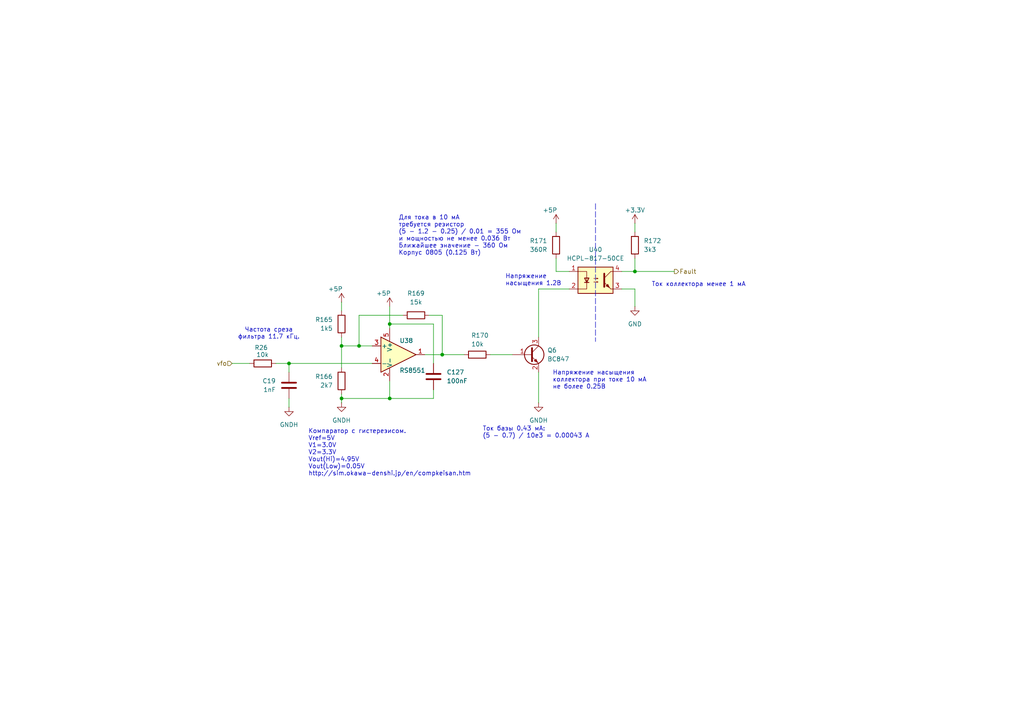
<source format=kicad_sch>
(kicad_sch (version 20231120) (generator "eeschema") (generator_version "8.0")
  (paper "A4")
  (lib_symbols
    (symbol "Device:C" (pin_numbers hide) (pin_names (offset 0.254))
      (property "Reference" "C" (at 0.635 2.54 0))
      (property "Value" "C" (at 0.635 -2.54 0))
      (symbol "C_0_1"
        (polyline (pts (xy -2.032 -0.762) (xy 2.032 -0.762)) (stroke (width 0.508)))
        (polyline (pts (xy -2.032 0.762) (xy 2.032 0.762)) (stroke (width 0.508)))
      )
      (symbol "C_1_1"
        (pin passive line (at 0 3.81 270) (length 2.794) (name "~") (number "1"))
        (pin passive line (at 0 -3.81 90) (length 2.794) (name "~") (number "2"))
      )
    )
    (symbol "Device:R" (pin_numbers hide) (pin_names (offset 0))
      (property "Reference" "R" (at 2.032 0 90))
      (property "Value" "R" (at 0 0 90))
      (symbol "R_0_1"
        (rectangle (start -1.016 -2.54) (end 1.016 2.54) (stroke (width 0.254)))
      )
      (symbol "R_1_1"
        (pin passive line (at 0 3.81 270) (length 1.27) (name "~") (number "1"))
        (pin passive line (at 0 -3.81 90) (length 1.27) (name "~") (number "2"))
      )
    )
    (symbol "Isolator:PC817" (pin_names (offset 1.016))
      (property "Reference" "U" (at -5.08 5.08 0))
      (property "Value" "PC817" (at 0 5.08 0))
      (symbol "PC817_0_1"
        (rectangle (start -5.08 3.81) (end 5.08 -3.81) (stroke (width 0.254)) (fill (type background)))
        (polyline (pts (xy -3.175 -0.635) (xy -1.905 -0.635)) (stroke (width 0.254)))
        (polyline (pts (xy 2.54 0.635) (xy 4.445 2.54)))
        (polyline (pts (xy 4.445 -2.54) (xy 2.54 -0.635)) (fill (type outline)))
        (polyline (pts (xy 4.445 -2.54) (xy 5.08 -2.54)))
        (polyline (pts (xy 4.445 2.54) (xy 5.08 2.54)))
        (polyline (pts (xy -5.08 2.54) (xy -2.54 2.54) (xy -2.54 -0.635)))
        (polyline (pts (xy -2.54 -0.635) (xy -2.54 -2.54) (xy -5.08 -2.54)))
        (polyline (pts (xy 2.54 1.905) (xy 2.54 -1.905) (xy 2.54 -1.905)) (stroke (width 0.508)))
        (polyline (pts (xy -2.54 -0.635) (xy -3.175 0.635) (xy -1.905 0.635) (xy -2.54 -0.635)) (stroke (width 0.254)))
        (polyline (pts (xy -0.508 -0.508) (xy 0.762 -0.508) (xy 0.381 -0.635) (xy 0.381 -0.381) (xy 0.762 -0.508)))
        (polyline (pts (xy -0.508 0.508) (xy 0.762 0.508) (xy 0.381 0.381) (xy 0.381 0.635) (xy 0.762 0.508)))
        (polyline (pts (xy 3.048 -1.651) (xy 3.556 -1.143) (xy 4.064 -2.159) (xy 3.048 -1.651) (xy 3.048 -1.651)) (fill (type outline)))
      )
      (symbol "PC817_1_1"
        (pin passive line (at -7.62 2.54 0) (length 2.54) (name "~") (number "1"))
        (pin passive line (at -7.62 -2.54 0) (length 2.54) (name "~") (number "2"))
        (pin passive line (at 7.62 -2.54 180) (length 2.54) (name "~") (number "3"))
        (pin passive line (at 7.62 2.54 180) (length 2.54) (name "~") (number "4"))
      )
    )
    (symbol "Transistor_BJT:BC847" (pin_names (offset 0) hide)
      (property "Reference" "Q" (at 5.08 1.905 0))
      (property "Value" "BC847" (at 5.08 0 0))
      (symbol "BC847_0_1"
        (polyline (pts (xy 0.635 0.635) (xy 2.54 2.54)))
        (polyline (pts (xy 0.635 -0.635) (xy 2.54 -2.54) (xy 2.54 -2.54)))
        (polyline (pts (xy 0.635 1.905) (xy 0.635 -1.905) (xy 0.635 -1.905)) (stroke (width 0.508)))
        (polyline (pts (xy 1.27 -1.778) (xy 1.778 -1.27) (xy 2.286 -2.286) (xy 1.27 -1.778) (xy 1.27 -1.778)) (fill (type outline)))
        (circle (center 1.27 0) (radius 2.8194) (stroke (width 0.254)))
      )
      (symbol "BC847_1_1"
        (pin input line (at -5.08 0 0) (length 5.715) (name "B") (number "1"))
        (pin passive line (at 2.54 -5.08 90) (length 2.54) (name "E") (number "2"))
        (pin passive line (at 2.54 5.08 270) (length 2.54) (name "C") (number "3"))
      )
    )
    (symbol "main:GNDH" (power) (pin_numbers hide) (pin_names (offset 0) hide)
      (property "Value" "GNDH" (at 0 -3.81 0))
      (symbol "GNDH_0_1"
        (polyline (pts (xy 0 0) (xy 0 -1.27) (xy 1.27 -1.27) (xy 0 -2.54) (xy -1.27 -1.27) (xy 0 -1.27)))
      )
      (symbol "GNDH_1_1"
        (pin power_in line (at 0 0 270) (length 0) (name "~") (number "1"))
      )
    )
    (symbol "main:RS8551" (pin_names (offset 0.127))
      (property "Reference" "U" (at 0 5.08 0))
      (property "Value" "RS8551" (at 0 -5.08 0))
      (symbol "RS8551_0_1"
        (polyline (pts (xy -5.08 5.08) (xy 5.08 0) (xy -5.08 -5.08) (xy -5.08 5.08)) (stroke (width 0.254)) (fill (type background)))
        (pin power_in line (at -2.54 -7.62 90) (length 3.81) (name "V-") (number "2"))
        (pin power_in line (at -2.54 7.62 270) (length 3.81) (name "V+") (number "5"))
      )
      (symbol "RS8551_1_1"
        (pin output line (at 7.62 0 180) (length 2.54) (name "~") (number "1"))
        (pin input line (at -7.62 2.54 0) (length 2.54) (name "+") (number "3"))
        (pin input line (at -7.62 -2.54 0) (length 2.54) (name "-") (number "4"))
      )
    )
    (symbol "power:+3.3V" (power) (pin_numbers hide) (pin_names (offset 0) hide)
      (property "Value" "+3.3V" (at 0 3.556 0))
      (symbol "+3.3V_0_1"
        (polyline (pts (xy -0.762 1.27) (xy 0 2.54)))
        (polyline (pts (xy 0 0) (xy 0 2.54)))
        (polyline (pts (xy 0 2.54) (xy 0.762 1.27)))
      )
      (symbol "+3.3V_1_1"
        (pin power_in line (at 0 0 90) (length 0) (name "~") (number "1"))
      )
    )
    (symbol "power:+5P" (power) (pin_numbers hide) (pin_names (offset 0) hide)
      (property "Value" "+5P" (at 0 3.556 0))
      (symbol "+5P_0_1"
        (polyline (pts (xy -0.762 1.27) (xy 0 2.54)))
        (polyline (pts (xy 0 0) (xy 0 2.54)))
        (polyline (pts (xy 0 2.54) (xy 0.762 1.27)))
      )
      (symbol "+5P_1_1"
        (pin power_in line (at 0 0 90) (length 0) (name "~") (number "1"))
      )
    )
    (symbol "power:GND" (power) (pin_numbers hide) (pin_names (offset 0) hide)
      (property "Value" "GND" (at 0 -3.81 0))
      (symbol "GND_0_1"
        (polyline (pts (xy 0 0) (xy 0 -1.27) (xy 1.27 -1.27) (xy 0 -2.54) (xy -1.27 -1.27) (xy 0 -1.27)))
      )
      (symbol "GND_1_1"
        (pin power_in line (at 0 0 270) (length 0) (name "~") (number "1"))
      )
    )
  )
  (junction (at 113.03 93.98))
  (junction (at 99.06 115.57))
  (junction (at 104.14 100.33))
  (junction (at 99.06 100.33))
  (junction (at 128.27 102.87))
  (junction (at 184.15 78.74))
  (junction (at 113.03 115.57))
  (junction (at 83.82 105.41))
  (wire (pts (xy 184.15 78.74) (xy 195.58 78.74)))
  (wire (pts (xy 67.31 105.41) (xy 72.39 105.41)))
  (wire (pts (xy 83.82 105.41) (xy 80.01 105.41)))
  (wire (pts (xy 156.21 107.95) (xy 156.21 116.84)))
  (wire (pts (xy 184.15 78.74) (xy 180.34 78.74)))
  (wire (pts (xy 113.03 110.49) (xy 113.03 115.57)))
  (wire (pts (xy 124.46 91.44) (xy 128.27 91.44)))
  (wire (pts (xy 165.1 78.74) (xy 161.29 78.74)))
  (wire (pts (xy 113.03 88.9) (xy 113.03 93.98)))
  (wire (pts (xy 180.34 83.82) (xy 184.15 83.82)))
  (wire (pts (xy 161.29 78.74) (xy 161.29 74.93)))
  (wire (pts (xy 99.06 87.63) (xy 99.06 90.17)))
  (wire (pts (xy 142.24 102.87) (xy 148.59 102.87)))
  (wire (pts (xy 125.73 113.03) (xy 125.73 115.57)))
  (wire (pts (xy 104.14 100.33) (xy 107.95 100.33)))
  (wire (pts (xy 123.19 102.87) (xy 128.27 102.87)))
  (wire (pts (xy 104.14 91.44) (xy 104.14 100.33)))
  (wire (pts (xy 184.15 74.93) (xy 184.15 78.74)))
  (wire (pts (xy 99.06 114.3) (xy 99.06 115.57)))
  (wire (pts (xy 128.27 102.87) (xy 134.62 102.87)))
  (polyline (pts (xy 172.72 59.055) (xy 172.72 99.06)) (stroke (width 0) (type dash)))
  (wire (pts (xy 161.29 64.77) (xy 161.29 67.31)))
  (wire (pts (xy 99.06 97.79) (xy 99.06 100.33)))
  (wire (pts (xy 99.06 100.33) (xy 99.06 106.68)))
  (wire (pts (xy 113.03 115.57) (xy 99.06 115.57)))
  (wire (pts (xy 83.82 105.41) (xy 107.95 105.41)))
  (wire (pts (xy 125.73 105.41) (xy 125.73 93.98)))
  (wire (pts (xy 99.06 115.57) (xy 99.06 116.84)))
  (wire (pts (xy 83.82 107.95) (xy 83.82 105.41)))
  (wire (pts (xy 125.73 115.57) (xy 113.03 115.57)))
  (wire (pts (xy 156.21 83.82) (xy 165.1 83.82)))
  (wire (pts (xy 116.84 91.44) (xy 104.14 91.44)))
  (wire (pts (xy 184.15 83.82) (xy 184.15 88.9)))
  (wire (pts (xy 184.15 64.77) (xy 184.15 67.31)))
  (wire (pts (xy 156.21 83.82) (xy 156.21 97.79)))
  (wire (pts (xy 125.73 93.98) (xy 113.03 93.98)))
  (wire (pts (xy 128.27 91.44) (xy 128.27 102.87)))
  (wire (pts (xy 83.82 115.57) (xy 83.82 118.11)))
  (wire (pts (xy 113.03 93.98) (xy 113.03 95.25)))
  (wire (pts (xy 99.06 100.33) (xy 104.14 100.33)))
  (text "Ток коллектора менее 1 мА" (at 188.976 82.55 0) (effects (font (size 1.27 1.27)) (justify left)))
  (text "Компаратор с гистерезисом.\nVref=5V\nV1=3.0V\nV2=3.3V\nVout(Hi)=4.95V\nVout(Low)=0.05V\nhttp://sim.okawa-denshi.jp/en/compkeisan.htm" (at 89.408 131.318 0) (effects (font (size 1.27 1.27)) (justify left)))
  (text "Напряжение\nнасыщения 1.2В" (at 146.558 81.28 0) (effects (font (size 1.27 1.27)) (justify left)))
  (text "Напряжение насыщения\nколлектора при токе 10 мА\nне более 0.25В" (at 160.274 110.236 0) (effects (font (size 1.27 1.27)) (justify left)))
  (text "Ток базы 0.43 мА:\n(5 - 0.7) / 10e3 = 0.00043 A" (at 139.954 125.476 0) (effects (font (size 1.27 1.27)) (justify left)))
  (text "Частота среза\nфильтра 11.7 кГц." (at 77.978 96.774 0) (effects (font (size 1.27 1.27))))
  (text "Для тока в 10 мА\nтребуется резистор\n(5 - 1.2 - 0.25) / 0.01 = 355 Ом\nи мощностью не менее 0.036 Вт\nБлижайшее значение - 360 Ом\nКорпус 0805 (0.125 Вт)" (at 115.57 68.326 0) (effects (font (size 1.27 1.27)) (justify left)))
  (hierarchical_label "vfo" (shape input) (at 67.31 105.41 180))
  (hierarchical_label "Fault" (shape output) (at 195.58 78.74 0))
  (symbol (lib_id "Transistor_BJT:BC847") (at 153.67 102.87 0) (unit 1)
    (property "Reference" "Q6" (at 158.75 101.5999 0) (effects (justify left)))
    (property "Value" "BC847" (at 158.75 104.1399 0) (effects (justify left)))
    (property "Footprint" "Package_TO_SOT_SMD:SOT-23" (effects (hide yes)))
    (property "Datasheet" "http://www.infineon.com/dgdl/Infineon-BC847SERIES_BC848SERIES_BC849SERIES_BC850SERIES-DS-v01_01-en.pdf?fileId=db3a304314dca389011541d4630a1657" (effects (hide yes)))
    (property "Description" "0.1A Ic, 45V Vce, NPN Transistor, SOT-23" (effects (hide yes)))
  )
  (symbol (lib_id "power:+5P") (at 99.06 87.63 0) (unit 1)
    (property "Reference" "#PWR0183" (effects (hide yes)))
    (property "Value" "+5P" (at 97.282 83.82 0))
    (property "Description" "Power symbol creates a global label with name \"+5P\"" (effects (hide yes)))
  )
  (symbol (lib_id "Device:C") (at 125.73 109.22 0) (unit 1)
    (property "Reference" "C127" (at 129.54 107.9499 0) (effects (justify left)))
    (property "Value" "100nF" (at 129.54 110.4899 0) (effects (justify left)))
    (property "Footprint" "Capacitor_SMD:C_0805_2012Metric" (effects (hide yes)))
    (property "Description" "Unpolarized capacitor" (effects (hide yes)))
  )
  (symbol (lib_id "power:+5P") (at 113.03 88.9 0) (unit 1)
    (property "Reference" "#PWR0186" (effects (hide yes)))
    (property "Value" "+5P" (at 111.252 85.09 0))
    (property "Description" "Power symbol creates a global label with name \"+5P\"" (effects (hide yes)))
  )
  (symbol (lib_id "power:GND") (at 184.15 88.9 0) (mirror y) (unit 1)
    (property "Reference" "#PWR0194" (effects (hide yes)))
    (property "Value" "GND" (at 184.15 93.98 0))
    (property "Description" "Power symbol creates a global label with name \"GND\" , ground" (effects (hide yes)))
  )
  (symbol (lib_id "Device:R") (at 138.43 102.87 90) (mirror x) (unit 1)
    (property "Reference" "R170" (at 136.652 97.282 90) (effects (justify right)))
    (property "Value" "10k" (at 136.652 99.822 90) (effects (justify right)))
    (property "Footprint" "Resistor_SMD:R_0805_2012Metric" (effects (hide yes)))
    (property "Description" "Resistor" (effects (hide yes)))
  )
  (symbol (lib_id "main:GNDH") (at 83.82 118.11 0) (unit 1)
    (property "Reference" "#PWR014" (effects (hide yes)))
    (property "Value" "GNDH" (at 83.82 123.19 0))
    (property "Description" "Power symbol creates a global label with name \"GNDH\" , hi ground" (effects (hide yes)))
  )
  (symbol (lib_id "power:+5P") (at 161.29 64.77 0) (unit 1)
    (property "Reference" "#PWR0189" (effects (hide yes)))
    (property "Value" "+5P" (at 159.512 60.96 0))
    (property "Description" "Power symbol creates a global label with name \"+5P\"" (effects (hide yes)))
  )
  (symbol (lib_id "Device:C") (at 83.82 111.76 0) (mirror y) (unit 1)
    (property "Reference" "C19" (at 80.01 110.4899 0) (effects (justify left)))
    (property "Value" "1nF" (at 80.01 113.0299 0) (effects (justify left)))
    (property "Footprint" "Capacitor_SMD:C_0805_2012Metric" (effects (hide yes)))
    (property "Description" "Unpolarized capacitor" (effects (hide yes)))
  )
  (symbol (lib_id "Device:R") (at 120.65 91.44 90) (unit 1)
    (property "Reference" "R169" (at 120.65 85.09 90))
    (property "Value" "15k" (at 120.65 87.63 90))
    (property "Footprint" "Resistor_SMD:R_0805_2012Metric" (effects (hide yes)))
    (property "Description" "Resistor" (effects (hide yes)))
  )
  (symbol (lib_id "Device:R") (at 99.06 110.49 0) (mirror x) (unit 1)
    (property "Reference" "R166" (at 96.52 109.2199 0) (effects (justify right)))
    (property "Value" "2k7" (at 96.52 111.7599 0) (effects (justify right)))
    (property "Footprint" "Resistor_SMD:R_0805_2012Metric" (effects (hide yes)))
    (property "Description" "Resistor" (effects (hide yes)))
  )
  (symbol (lib_id "Device:R") (at 76.2 105.41 270) (unit 1)
    (property "Reference" "R26" (at 77.724 100.838 90) (effects (justify right)))
    (property "Value" "10k" (at 77.978 102.87 90) (effects (justify right)))
    (property "Footprint" "Resistor_SMD:R_0805_2012Metric" (effects (hide yes)))
    (property "Description" "Resistor" (effects (hide yes)))
  )
  (symbol (lib_id "Device:R") (at 184.15 71.12 180) (unit 1)
    (property "Reference" "R172" (at 186.69 69.8499 0) (effects (justify right)))
    (property "Value" "3k3" (at 186.69 72.3899 0) (effects (justify right)))
    (property "Footprint" "Resistor_SMD:R_0805_2012Metric" (effects (hide yes)))
    (property "Description" "Resistor" (effects (hide yes)))
  )
  (symbol (lib_id "main:GNDH") (at 99.06 116.84 0) (unit 1)
    (property "Reference" "#PWR0184" (effects (hide yes)))
    (property "Value" "GNDH" (at 99.06 121.92 0))
    (property "Description" "Power symbol creates a global label with name \"GNDH\" , hi ground" (effects (hide yes)))
  )
  (symbol (lib_id "Isolator:PC817") (at 172.72 81.28 0) (unit 1)
    (property "Reference" "U40" (at 172.72 72.39 0))
    (property "Value" "HCPL-817-50CE" (at 172.72 74.93 0))
    (property "Footprint" "Package_DIP:SMDIP-4_W7.62mm" (effects (hide yes)))
    (property "Datasheet" "https://doc.platan.ru/pdf/datasheets/broadcom_avago/HCPL-817.pdf" (effects (hide yes)))
    (property "Description" "DC Optocoupler, Vce 70V, CTR 200-400%, SMDIP-4" (effects (hide yes)))
  )
  (symbol (lib_id "Device:R") (at 99.06 93.98 0) (mirror x) (unit 1)
    (property "Reference" "R165" (at 96.52 92.7099 0) (effects (justify right)))
    (property "Value" "1k5" (at 96.52 95.2499 0) (effects (justify right)))
    (property "Footprint" "Resistor_SMD:R_0805_2012Metric" (effects (hide yes)))
    (property "Description" "Resistor" (effects (hide yes)))
  )
  (symbol (lib_id "main:RS8551") (at 115.57 102.87 0) (unit 1)
    (property "Reference" "U38" (at 117.856 98.806 0))
    (property "Value" "RS8551" (at 119.634 107.442 0))
    (property "Footprint" "Package_TO_SOT_SMD:TSOT-23-5" (effects (hide yes)))
    (property "Datasheet" "https://www.run-ic.com/en/details/9/11.html" (effects (hide yes)))
    (property "Description" "The RS8551,RS8552,RS8554,RS8553(dual version &shutdown)series of CMOS operational amplifiers use auto-zero techniques to simultaneously provide very low offset voltage (5μV max) and near-zero drift over time and temperature. This family of amplifiers has ultralow noise, offset and power." (effects (hide yes)))
  )
  (symbol (lib_id "Device:R") (at 161.29 71.12 0) (mirror x) (unit 1)
    (property "Reference" "R171" (at 158.75 69.8499 0) (effects (justify right)))
    (property "Value" "360R" (at 158.75 72.3899 0) (effects (justify right)))
    (property "Footprint" "Resistor_SMD:R_0805_2012Metric" (effects (hide yes)))
    (property "Description" "Resistor" (effects (hide yes)))
  )
  (symbol (lib_id "power:+3.3V") (at 184.15 64.77 0) (unit 1)
    (property "Reference" "#PWR0193" (effects (hide yes)))
    (property "Value" "+3.3V" (at 184.15 60.96 0))
    (property "Description" "Power symbol creates a global label with name \"+3.3V\"" (effects (hide yes)))
  )
  (symbol (lib_id "main:GNDH") (at 156.21 116.84 0) (unit 1)
    (property "Reference" "#PWR0187" (effects (hide yes)))
    (property "Value" "GNDH" (at 156.21 121.92 0))
    (property "Description" "Power symbol creates a global label with name \"GNDH\" , hi ground" (effects (hide yes)))
  )
)
</source>
